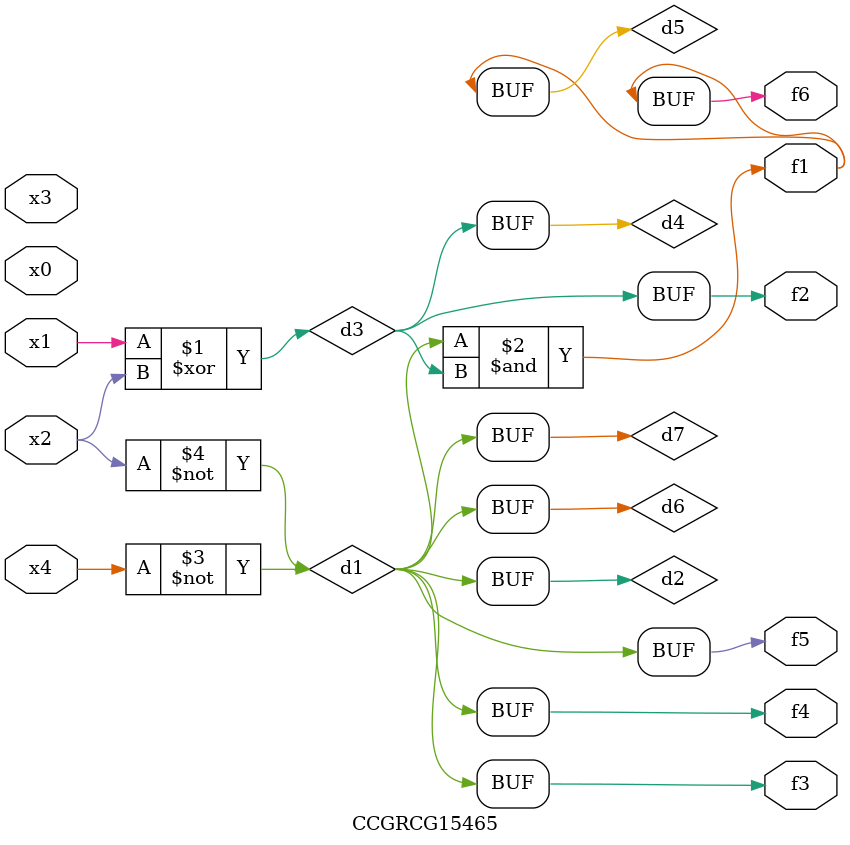
<source format=v>
module CCGRCG15465(
	input x0, x1, x2, x3, x4,
	output f1, f2, f3, f4, f5, f6
);

	wire d1, d2, d3, d4, d5, d6, d7;

	not (d1, x4);
	not (d2, x2);
	xor (d3, x1, x2);
	buf (d4, d3);
	and (d5, d1, d3);
	buf (d6, d1, d2);
	buf (d7, d2);
	assign f1 = d5;
	assign f2 = d4;
	assign f3 = d7;
	assign f4 = d7;
	assign f5 = d7;
	assign f6 = d5;
endmodule

</source>
